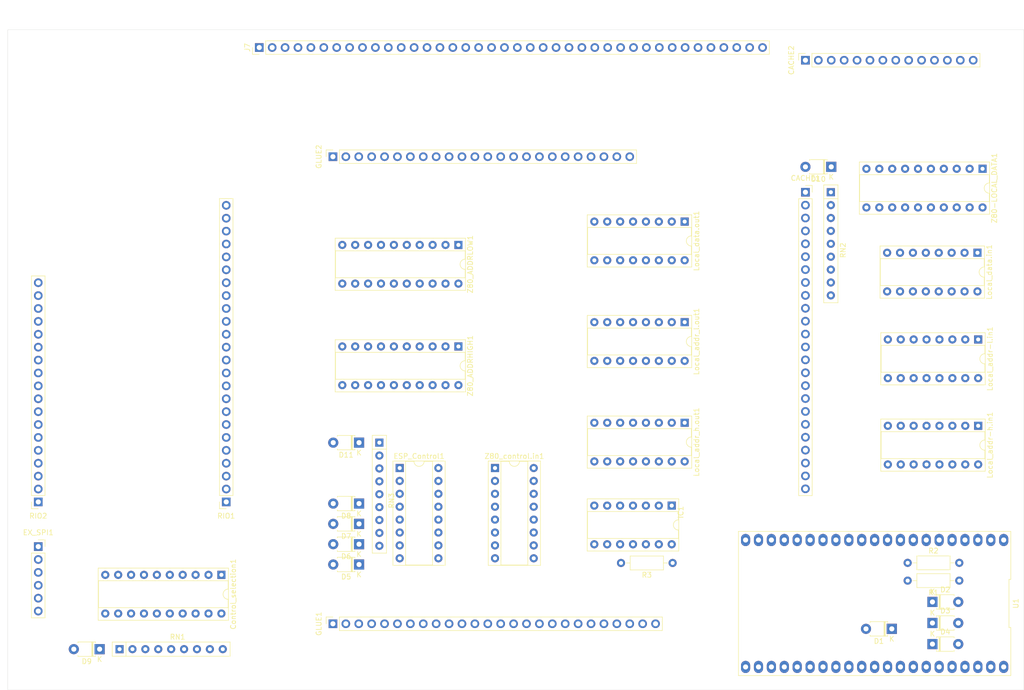
<source format=kicad_pcb>
(kicad_pcb (version 20221018) (generator pcbnew)
  (layers (0 "F.Cu" signal) (31 "B.Cu" signal) (34 "B.Paste" user) (35 "F.Paste" user) (36 "B.SilkS" user "B.Silkscreen") (37 "F.SilkS" user "F.Silkscreen") (38 "B.Mask" user) (39 "F.Mask" user) (44 "Edge.Cuts" user))
  (net 0 "")
  (net 1 "Net-(D1-K)")
  (net 2 "/SPI/Z80_CONTROL.RESET")
  (net 3 "/SPI/Z80_CONTROL.WAIT")
  (net 4 "/CORE/ESP_INT")
  (net 5 "/CORE/Z80_HARDLOCK_RESET")
  (net 6 "/SPI/Z80_CONTROL.BUSACK")
  (net 7 "/SPI/ESP_CONTROL.NMI")
  (net 8 "/SPI/Z80_CONTROL.NMI")
  (net 9 "/SPI/ESP_CONTROL.ROMCS")
  (net 10 "/SPI/Z80_CONTROL.ROMCS")
  (net 11 "/SPI/ESP_CONTROL.WAIT")
  (net 12 "/SPI/ESP_CONTROL.BUSRQ")
  (net 13 "/SPI/Z80_CONTROL.BUSRQ")
  (net 14 "Net-(D9-K)")
  (net 15 "+5V")
  (net 16 "Net-(D10-K)")
  (net 17 "Net-(D11-K)")
  (net 18 "/CORE/EX_SS")
  (net 19 "/CORE/EX_SCK")
  (net 20 "/CORE/EX_MISO")
  (net 21 "/CORE/EX_MOSI")
  (net 22 "GND")
  (net 23 "/CORE/ESP_SPI_INT.PL")
  (net 24 "/CORE/ESP_SPI_INT.SCK")
  (net 25 "/CACHE connector/LOCAL_D4")
  (net 26 "/CACHE connector/LOCAL_D5")
  (net 27 "/CACHE connector/LOCAL_D6")
  (net 28 "/CACHE connector/LOCAL_D7")
  (net 29 "Net-(ESP_Control1-QH')")
  (net 30 "Net-(ESP_Control1-SER)")
  (net 31 "/CACHE connector/LOCAL_D0")
  (net 32 "/CACHE connector/LOCAL_D1")
  (net 33 "/CACHE connector/LOCAL_D2")
  (net 34 "/CACHE connector/LOCAL_D3")
  (net 35 "/CORE/ESP_SPI_INT.CE")
  (net 36 "/SPI/ESP_CONTROL.RD")
  (net 37 "/SPI/Z80_CONTROL.RD")
  (net 38 "/SPI/ESP_CONTROL.WR+ESP_PULSE")
  (net 39 "/SPI/Z80_CONTROL.WR")
  (net 40 "/SPI/ESP_CONTROL.IORQ")
  (net 41 "/SPI/Z80_CONTROL.IORQ")
  (net 42 "/SPI/ESP_CONTROL.MEMRQ")
  (net 43 "/SPI/Z80_CONTROL.MEMRQ")
  (net 44 "/SPI/LOCAL_CONTROL.MEMRQ")
  (net 45 "/SPI/LOCAL_CONTROL.IORQ")
  (net 46 "/SPI/LOCAL_CONTROL.WR")
  (net 47 "/SPI/LOCAL_CONTROL.RD")
  (net 48 "/GLUE connector/!ESP_HARDLOCK")
  (net 52 "/CORE/ESP_SPI_INT.MR")
  (net 53 "/CORE/ESP_SPI_INT.STC")
  (net 54 "/SPI/ESP_CONTROL.WR")
  (net 55 "/CORE/ESP_SPI_INT.MOSI")
  (net 56 "/CACHE connector/LOCAL_A4")
  (net 57 "/CACHE connector/LOCAL_A5")
  (net 58 "/CACHE connector/LOCAL_A6")
  (net 59 "/CACHE connector/LOCAL_A7")
  (net 60 "/CACHE connector/LOCAL_A0")
  (net 61 "/CACHE connector/LOCAL_A1")
  (net 62 "/CACHE connector/LOCAL_A2")
  (net 63 "/CACHE connector/LOCAL_A3")
  (net 64 "/CORE/ESP_SPI_INT.OE")
  (net 65 "/CORE/ESP_PULSE")
  (net 67 "Net-(Local_addr-h.in1-DS)")
  (net 68 "/CACHE connector/LOCAL_A12")
  (net 69 "/CACHE connector/LOCAL_A13")
  (net 70 "/CACHE connector/LOCAL_A14")
  (net 71 "/CACHE connector/LOCAL_A15")
  (net 72 "/CORE/ESP_SPI_INT.MISO")
  (net 74 "/CACHE connector/LOCAL_A8")
  (net 75 "/CACHE connector/LOCAL_A9")
  (net 76 "/CACHE connector/LOCAL_A10")
  (net 77 "/CACHE connector/LOCAL_A11")
  (net 78 "Net-(Local_addr-l.in1-DS)")
  (net 80 "/RIO connector/Z80_A7")
  (net 81 "/RIO connector/Z80_A6")
  (net 82 "/RIO connector/Z80_A5")
  (net 83 "/RIO connector/Z80_A4")
  (net 84 "/RIO connector/Z80_A3")
  (net 85 "/RIO connector/Z80_A2")
  (net 86 "/RIO connector/Z80_A1")
  (net 87 "/RIO connector/Z80_A0")
  (net 88 "/RIO connector/Z80_A15")
  (net 89 "/RIO connector/Z80_A14")
  (net 90 "/RIO connector/Z80_A13")
  (net 91 "/RIO connector/Z80_A12")
  (net 92 "/RIO connector/Z80_A11")
  (net 93 "/RIO connector/Z80_A10")
  (net 94 "/RIO connector/Z80_A9")
  (net 95 "/RIO connector/Z80_A8")
  (net 96 "/RIO connector/Z80_D7")
  (net 97 "/RIO connector/Z80_D6")
  (net 98 "/RIO connector/Z80_D5")
  (net 99 "/RIO connector/Z80_D4")
  (net 100 "/RIO connector/Z80_D3")
  (net 101 "/RIO connector/Z80_D2")
  (net 102 "/RIO connector/Z80_D1")
  (net 103 "/RIO connector/Z80_D0")
  (net 108 "/ZX80-BUS/HOST VCC")
  (net 109 "/CACHE connector/CACHE_SEL_0")
  (net 110 "/CACHE connector/CACHE_SEL_1")
  (net 111 "/CACHE connector/CACHE_SEL_2")
  (net 112 "/CACHE connector/CACHE_SEL_3")
  (net 113 "/CACHE connector/CACHE_DATASTATUS")
  (net 114 "/GLUE connector/WAIT_IO")
  (net 115 "/GLUE connector/Z80_HARDLOCK_SET")
  (net 116 "/GLUE connector/PERM_Z80_IORQ")
  (net 117 "/CACHE connector/CACHE_CONTROL.A16")
  (net 118 "/CACHE connector/CACHE_CONTROL.WE")
  (net 119 "/CACHE connector/CACHE_CONTROL.OE")
  (net 120 "/CACHE connector/CACHE_CONTROL.CS")
  (net 121 "/CACHE connector/CACHE_CONTROL.DATASTATUS+PERM_Z80_IORQ")
  (net 122 "/CACHE connector/Z80_HARDLOCK")
  (net 123 "/CORE/ESP_WAIT_RESET")
  (net 124 "/GLUE connector/Z80_BUS_CONTROL.Z80_ADD_OE")
  (net 125 "/GLUE connector/Z80_BUS_CONTROL.Z80_ADD_DIR")
  (net 126 "/GLUE connector/Z80_BUS_CONTROL.Z80_DATA_DIR")
  (net 127 "/GLUE connector/Z80_BUS_CONTROL.Z80_DATA_OE")
  (net 128 "/GLUE connector/RIO_CONTROL.A16")
  (net 129 "/GLUE connector/RIO_CONTROL.A15")
  (net 130 "/GLUE connector/RIO_CONTROL.A14")
  (net 131 "/GLUE connector/RIO_CONTROL.WE")
  (net 132 "/GLUE connector/RIO_CONTROL.OE")
  (net 133 "/GLUE connector/RIO_CONTROL.CE")
  (net 134 "/GLUE connector/RIO_CONTROL.ROM_RDY")
  (net 135 "/CORE/ESP_ROM_WR_PROTECT")
  (net 136 "/CORE/ESP_ROMSEL_0")
  (net 137 "/CORE/ESP_ROMSEL_1")
  (net 138 "/CORE/ESP_HARDLOCK")
  (net 139 "/GLUE connector/!Z80_HARDLOCK")
  (net 145 "/CORE/SD_CARD_SS")
  (net 161 "Net-(Local_addr_h.out1-SER)")
  (net 162 "Net-(Local_data.in1-~{Q7})")
  (footprint "Resistor_THT:R_Axial_DIN0207_L6.3mm_D2.5mm_P10.16mm_Horizontal" (layer "F.Cu") (at 219.12 129)
    (fp_text reference "R2")
    (fp_text value "22K")
  )
  (footprint "Connector_PinSocket_2.54mm:PinSocket_1x18_P2.54mm_Vertical" (layer "F.Cu") (at 48 117 180)
    (fp_text reference "RIO2")
    (fp_text value "Conn_01x18_Socket")
  )
  (footprint "Package_DIP:DIP-16_W7.62mm_Socket" (layer "F.Cu") (at 175.23 61.785 -90)
    (fp_text reference "Local_data.out1")
    (fp_text value "74595N")
  )
  (footprint "Package_DIP:DIP-20_W7.62mm_Socket" (layer "F.Cu") (at 233.86 51.38 -90)
    (fp_text reference "Z80-LOCAL_DATA1")
    (fp_text value "74HC245N")
  )
  (footprint "Connector_PinSocket_2.54mm:PinSocket_1x24_P2.54mm_Vertical" (layer "F.Cu") (at 199 56)
    (fp_text reference "CACHE1")
    (fp_text value "Conn_01x24_Socket")
  )
  (footprint "Diode_THT:D_T-1_P5.08mm_Horizontal" (layer "F.Cu") (at 204.08 51 180)
    (fp_text reference "D10")
    (fp_text value "1N4148")
  )
  (footprint "Connector_PinSocket_2.54mm:PinSocket_1x06_P2.54mm_Vertical" (layer "F.Cu") (at 48 125.8)
    (fp_text reference "EX_SPI1")
    (fp_text value "PinSocket_2.54mm")
  )
  (footprint "Diode_THT:D_T-1_P5.08mm_Horizontal" (layer "F.Cu") (at 111.14 129.325 180)
    (fp_text reference "D5")
    (fp_text value "1N4148")
  )
  (footprint "Diode_THT:D_T-1_P5.08mm_Horizontal" (layer "F.Cu") (at 60.08 146 180)
    (fp_text reference "D9")
    (fp_text value "1N4148")
  )
  (footprint "Connector_PinSocket_2.54mm:PinSocket_1x14_P2.54mm_Vertical" (layer "F.Cu") (at 199 30 90)
    (fp_text reference "CACHE2")
    (fp_text value "Conn_01x14_Socket")
  )
  (footprint "Connector_PinSocket_2.54mm:PinSocket_1x26_P2.54mm_Vertical" (layer "F.Cu") (at 106 141 90)
    (fp_text reference "GLUE1")
    (fp_text value "Conn_01x26_Socket")
  )
  (footprint "Resistor_THT:R_Array_SIP9" (layer "F.Cu") (at 115.14 105.325 -90)
    (fp_text reference "RN3")
    (fp_text value "4609M-101-103LF")
  )
  (footprint "Connector_PinSocket_2.54mm:PinSocket_1x24_P2.54mm_Vertical" (layer "F.Cu") (at 85 117 180)
    (fp_text reference "RIO1")
    (fp_text value "Conn_01x24_Socket")
  )
  (footprint "Diode_THT:D_T-1_P5.08mm_Horizontal" (layer "F.Cu") (at 216 142 180)
    (fp_text reference "D1")
    (fp_text value "1N4148")
  )
  (footprint "Diode_THT:D_T-1_P5.08mm_Horizontal" (layer "F.Cu") (at 224 145)
    (fp_text reference "D4")
    (fp_text value "1N4148")
  )
  (footprint "Connector_PinSocket_2.54mm:PinSocket_1x24_P2.54mm_Vertical" (layer "F.Cu") (at 106 49 90)
    (fp_text reference "GLUE2")
    (fp_text value "Conn_01x24_Socket")
  )
  (footprint "Package_DIP:DIP-16_W7.62mm_Socket" (layer "F.Cu") (at 119.14 110.325)
    (fp_text reference "ESP_Control1")
    (fp_text value "74595N")
  )
  (footprint "Package_DIP:DIP-16_W7.62mm_Socket" (layer "F.Cu") (at 233 102 -90)
    (fp_text reference "Local_addr-h.in1")
    (fp_text value "74HC165N")
  )
  (footprint "Package_DIP:DIP-16_W7.62mm_Socket" (layer "F.Cu") (at 175.23 101.405 -90)
    (fp_text reference "Local_addr_h.out1")
    (fp_text value "74595N")
  )
  (footprint "Diode_THT:D_T-1_P5.08mm_Horizontal" (layer "F.Cu") (at 111.14 125.325 180)
    (fp_text reference "D6")
    (fp_text value "1N4148")
  )
  (footprint "Diode_THT:D_T-1_P5.08mm_Horizontal" (layer "F.Cu") (at 111.14 105.325 180)
    (fp_text reference "D11")
    (fp_text value "1N4148")
  )
  (footprint "Diode_THT:D_T-1_P5.08mm_Horizontal" (layer "F.Cu") (at 224 140.85)
    (fp_text reference "D3")
    (fp_text value "1N4148")
  )
  (footprint "Diode_THT:D_T-1_P5.08mm_Horizontal" (layer "F.Cu") (at 111.14 121.325 180)
    (fp_text reference "D7")
    (fp_text value "1N4148")
  )
  (footprint "Package_DIP:DIP-20_W7.62mm_Socket" (layer "F.Cu") (at 84.05 131.365 -90)
    (fp_text reference "Control_selection1")
    (fp_text value "74HC244N")
  )
  (footprint "Package_DIP:DIP-16_W7.62mm_Socket" (layer "F.Cu") (at 137.9 110.325)
    (fp_text reference "Z80_control.in1")
    (fp_text value "74HC165N")
  )
  (footprint "Package_DIP:DIP-16_W7.62mm_Socket" (layer "F.Cu") (at 233 85 -90)
    (fp_text reference "Local_addr-l.in1")
    (fp_text value "74HC165N")
  )
  (footprint "Diode_THT:D_T-1_P5.08mm_Horizontal" (layer "F.Cu") (at 224 136.7)
    (fp_text reference "D2")
    (fp_text value "1N4148")
  )
  (footprint "Resistor_THT:R_Array_SIP9" (layer "F.Cu") (at 64 146)
    (fp_text reference "RN1")
    (fp_text value "LOCAL_CONTROL_BIAS")
  )
  (footprint "Package_DIP:DIP-14_W7.62mm_Socket" (layer "F.Cu") (at 172.68 117.725 -90)
    (fp_text reference "IC1")
    (fp_text value "74HC32N")
  )
  (footprint "Connector_PinHeader_2.54mm:PinHeader_1x40_P2.54mm_Vertical" (layer "F.Cu") (at 91.5 27.5 90)
    (fp_text reference "J7")
    (fp_text value "DIAG-HOST_SYSTEM_BUS")
  )
  (footprint "Package_DIP:DIP-16_W7.62mm_Socket" (layer "F.Cu") (at 175.23 81.595 -90)
    (fp_text reference "Local_addr_l.out1")
    (fp_text value "74595N")
  )
  (footprint "Resistor_THT:R_Array_SIP9" (layer "F.Cu") (at 204 56 -90)
    (fp_text reference "RN2")
    (fp_text value "4609M-101-103LF")
  )
  (footprint "Package_DIP:DIP-16_W7.62mm_Socket" (layer "F.Cu") (at 232.86 67.92 -90)
    (fp_text reference "Local_data.in1")
    (fp_text value "74HC165N")
  )
  (footprint "Resistor_THT:R_Axial_DIN0207_L6.3mm_D2.5mm_P10.16mm_Horizontal" (layer "F.Cu") (at 229.28 132.5 180)
    (fp_text reference "R1")
    (fp_text value "22K")
  )
  (footprint "Diode_THT:D_T-1_P5.08mm_Horizontal" (layer "F.Cu") (at 111.14 117.325 180)
    (fp_text reference "D8")
    (fp_text value "1N4148")
  )
  (footprint "esp32-wrover:FREENOVE_ESP32-WROVER-DEV" (layer "F.Cu") (at 213.89 137 -90)
    (fp_text reference "U1")
    (fp_text value "FREENOVE_ESP32-WROVER-DEV")
  )
  (footprint "Package_DIP:DIP-20_W7.62mm_Socket" (layer "F.Cu") (at 130.7 66.38 -90)
    (fp_text reference "Z80_ADDRLOW1")
    (fp_text value "74HC245N")
  )
  (footprint "Package_DIP:DIP-20_W7.62mm_Socket" (layer "F.Cu") (at 130.7 86.38 -90)
    (fp_text reference "Z80_ADDRHIGH1")
    (fp_text value "74HC245N")
  )
  (footprint "Resistor_THT:R_Axial_DIN0207_L6.3mm_D2.5mm_P10.16mm_Horizontal" (layer "F.Cu") (at 172.86 129.025 180)
    (fp_text reference "R3")
    (fp_text value "22K")
  )
  (gr_rect (start 42 24) (end 242 154) (stroke (width 0.05)) (fill none) (layer "Edge.Cuts"))
)
</source>
